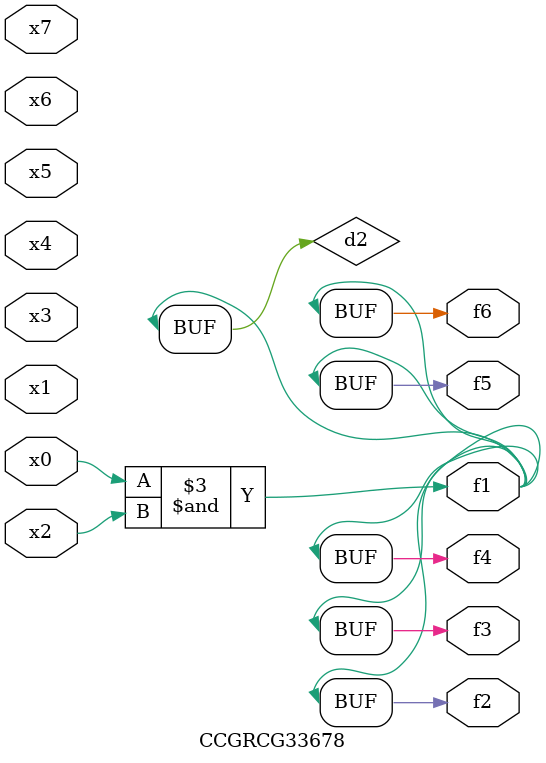
<source format=v>
module CCGRCG33678(
	input x0, x1, x2, x3, x4, x5, x6, x7,
	output f1, f2, f3, f4, f5, f6
);

	wire d1, d2;

	nor (d1, x3, x6);
	and (d2, x0, x2);
	assign f1 = d2;
	assign f2 = d2;
	assign f3 = d2;
	assign f4 = d2;
	assign f5 = d2;
	assign f6 = d2;
endmodule

</source>
